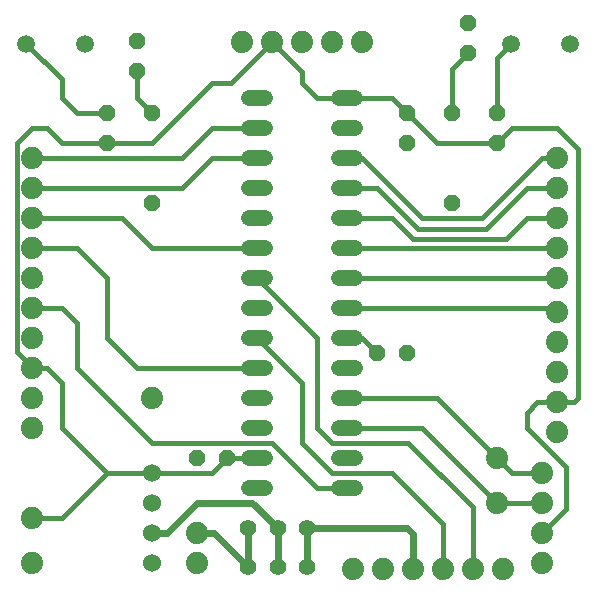
<source format=gbr>
G04 EAGLE Gerber RS-274X export*
G75*
%MOMM*%
%FSLAX34Y34*%
%LPD*%
%INTop Copper*%
%IPPOS*%
%AMOC8*
5,1,8,0,0,1.08239X$1,22.5*%
G01*
%ADD10C,1.879600*%
%ADD11P,1.429621X8X292.500000*%
%ADD12P,1.429621X8X22.500000*%
%ADD13P,1.429621X8X202.500000*%
%ADD14P,1.429621X8X112.500000*%
%ADD15C,1.320800*%
%ADD16C,1.508000*%
%ADD17C,1.408000*%
%ADD18C,1.530000*%
%ADD19C,0.609600*%
%ADD20C,0.406400*%


D10*
X165100Y25400D03*
X165100Y50800D03*
D11*
X342900Y406400D03*
X342900Y381000D03*
D12*
X317500Y203200D03*
X342900Y203200D03*
D13*
X190500Y114300D03*
X165100Y114300D03*
D10*
X419100Y114300D03*
X419100Y76200D03*
X469900Y368300D03*
X469900Y342900D03*
X469900Y317500D03*
X469900Y292100D03*
X469900Y266700D03*
X469900Y237490D03*
X469900Y212090D03*
X469900Y186690D03*
X469900Y161290D03*
X469900Y135890D03*
X25400Y241300D03*
X25400Y215900D03*
X25400Y190500D03*
X25400Y165100D03*
X25400Y139700D03*
X25400Y368300D03*
X25400Y342900D03*
X25400Y317500D03*
X25400Y292100D03*
X25400Y266700D03*
X127000Y165100D03*
X25400Y63500D03*
X25400Y25400D03*
D11*
X394970Y482600D03*
X394970Y457200D03*
X114300Y467360D03*
X114300Y441960D03*
D14*
X381000Y330200D03*
X381000Y406400D03*
X127000Y330200D03*
X127000Y406400D03*
D11*
X419100Y406400D03*
X419100Y381000D03*
X88900Y406400D03*
X88900Y381000D03*
D15*
X209296Y419100D02*
X222504Y419100D01*
X222504Y393700D02*
X209296Y393700D01*
X209296Y368300D02*
X222504Y368300D01*
X222504Y342900D02*
X209296Y342900D01*
X209296Y317500D02*
X222504Y317500D01*
X222504Y292100D02*
X209296Y292100D01*
X209296Y266700D02*
X222504Y266700D01*
X222504Y241300D02*
X209296Y241300D01*
X209296Y215900D02*
X222504Y215900D01*
X222504Y190500D02*
X209296Y190500D01*
X209296Y165100D02*
X222504Y165100D01*
X222504Y139700D02*
X209296Y139700D01*
X209296Y114300D02*
X222504Y114300D01*
X222504Y88900D02*
X209296Y88900D01*
X285496Y88900D02*
X298704Y88900D01*
X298704Y114300D02*
X285496Y114300D01*
X285496Y139700D02*
X298704Y139700D01*
X298704Y165100D02*
X285496Y165100D01*
X285496Y190500D02*
X298704Y190500D01*
X298704Y215900D02*
X285496Y215900D01*
X285496Y241300D02*
X298704Y241300D01*
X298704Y266700D02*
X285496Y266700D01*
X285496Y292100D02*
X298704Y292100D01*
X298704Y317500D02*
X285496Y317500D01*
X285496Y342900D02*
X298704Y342900D01*
X298704Y368300D02*
X285496Y368300D01*
X285496Y393700D02*
X298704Y393700D01*
X298704Y419100D02*
X285496Y419100D01*
D16*
X20720Y464820D03*
X70720Y464820D03*
D17*
X208680Y21600D03*
X233680Y21600D03*
X258680Y21600D03*
X258680Y54600D03*
X233680Y54600D03*
X208680Y54600D03*
D10*
X297180Y20320D03*
X322580Y20320D03*
X347980Y20320D03*
X373380Y20320D03*
X398780Y20320D03*
X424180Y20320D03*
X203200Y466090D03*
X228600Y466090D03*
X254000Y466090D03*
X279400Y466090D03*
X304800Y466090D03*
X457200Y101600D03*
X457200Y76200D03*
X457200Y50800D03*
X457200Y25400D03*
D18*
X127000Y25400D03*
X127000Y50800D03*
X127000Y76200D03*
X127000Y101600D03*
D16*
X430930Y464820D03*
X480930Y464820D03*
D19*
X258680Y54600D02*
X258680Y21600D01*
X347980Y20320D02*
X347980Y49530D01*
X342900Y54610D01*
X258690Y54610D01*
X258680Y54600D01*
X208680Y54600D02*
X208680Y21600D01*
X179480Y50800D01*
X165100Y50800D01*
D20*
X342900Y406400D02*
X330200Y419100D01*
X292100Y419100D01*
X342900Y406400D02*
X368300Y381000D01*
X419100Y381000D01*
X477520Y71120D02*
X457200Y50800D01*
X477520Y106680D02*
X444500Y139700D01*
X444500Y152400D01*
X453390Y161290D01*
X469900Y161290D01*
X477520Y106680D02*
X477520Y71120D01*
X127000Y101600D02*
X88900Y101600D01*
X50800Y63500D01*
X25400Y63500D01*
X88900Y101600D02*
X50800Y139700D01*
X50800Y177800D01*
X38100Y190500D01*
X25400Y190500D01*
X190500Y114300D02*
X215900Y114300D01*
X190500Y114300D02*
X177800Y101600D01*
X127000Y101600D01*
X194310Y431800D02*
X228600Y466090D01*
X194310Y431800D02*
X177800Y431800D01*
X127000Y381000D01*
X88900Y381000D01*
X12700Y373920D02*
X12446Y373666D01*
X12700Y373920D02*
X12700Y381000D01*
X12446Y203454D02*
X25400Y190500D01*
X12446Y203454D02*
X12446Y373666D01*
X12700Y381000D02*
X25400Y393700D01*
X38100Y393700D01*
X50800Y381000D01*
X88900Y381000D01*
X228600Y466090D02*
X254000Y440690D01*
X254000Y431800D01*
X266700Y419100D01*
X292100Y419100D01*
X419100Y381000D02*
X431800Y393700D01*
X469900Y393700D01*
X487808Y375792D01*
X487808Y165100D01*
X483998Y161290D01*
X469900Y161290D01*
X381000Y443230D02*
X394970Y457200D01*
X381000Y443230D02*
X381000Y406400D01*
X304800Y215900D02*
X292100Y215900D01*
X304800Y215900D02*
X317500Y203200D01*
X419100Y452990D02*
X430930Y464820D01*
X419100Y452990D02*
X419100Y406400D01*
X114300Y419100D02*
X114300Y441960D01*
X114300Y419100D02*
X127000Y406400D01*
X50800Y434740D02*
X20720Y464820D01*
X50800Y434740D02*
X50800Y419100D01*
X63500Y406400D01*
X88900Y406400D01*
X292100Y165100D02*
X368300Y165100D01*
X419100Y114300D01*
X431800Y101600D02*
X457200Y101600D01*
X431800Y101600D02*
X419100Y114300D01*
X355600Y139700D02*
X292100Y139700D01*
X355600Y139700D02*
X419100Y76200D01*
X457200Y76200D01*
X266700Y215900D02*
X215900Y266700D01*
X266700Y215900D02*
X266700Y139700D01*
X279400Y127000D01*
X398780Y72390D02*
X398780Y20320D01*
X344170Y127000D02*
X279400Y127000D01*
X344170Y127000D02*
X398780Y72390D01*
X254000Y177800D02*
X215900Y215900D01*
X254000Y177800D02*
X254000Y127000D01*
X279400Y101600D01*
X330200Y101600D01*
X373380Y58420D02*
X373380Y20320D01*
X373380Y58420D02*
X330200Y101600D01*
X215900Y393700D02*
X177800Y393700D01*
X152400Y368300D01*
X25400Y368300D01*
X177800Y368300D02*
X215900Y368300D01*
X177800Y368300D02*
X152400Y342900D01*
X25400Y342900D01*
X127000Y292100D02*
X215900Y292100D01*
X127000Y292100D02*
X101600Y317500D01*
X25400Y317500D01*
X114300Y190500D02*
X215900Y190500D01*
X114300Y190500D02*
X88900Y215900D01*
X88900Y266700D01*
X63500Y292100D01*
X25400Y292100D01*
X292100Y368300D02*
X304800Y368300D01*
X355600Y317500D01*
X406400Y317500D02*
X457200Y368300D01*
X469900Y368300D01*
X406400Y317500D02*
X355600Y317500D01*
X317500Y342900D02*
X292100Y342900D01*
X352298Y308102D02*
X409702Y308102D01*
X444500Y342900D01*
X469900Y342900D01*
X352298Y308102D02*
X317500Y342900D01*
X330200Y317500D02*
X292100Y317500D01*
X330200Y317500D02*
X347980Y299720D01*
X426720Y299720D02*
X444500Y317500D01*
X469900Y317500D01*
X426720Y299720D02*
X347980Y299720D01*
X292100Y292100D02*
X469900Y292100D01*
X469900Y266700D02*
X292100Y266700D01*
X292100Y241300D02*
X466090Y241300D01*
X469900Y237490D01*
X292100Y88900D02*
X266700Y88900D01*
X228600Y127000D02*
X127000Y127000D01*
X63500Y190500D01*
X63500Y228600D01*
X50800Y241300D01*
X25400Y241300D01*
X228600Y127000D02*
X266700Y88900D01*
D19*
X233680Y54600D02*
X233680Y21600D01*
X233680Y54600D02*
X212080Y76200D01*
X165100Y76200D01*
X139700Y50800D01*
X127000Y50800D01*
M02*

</source>
